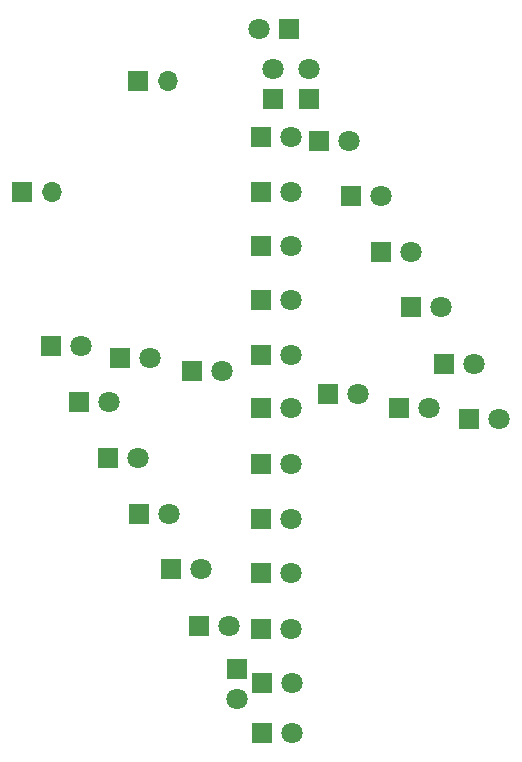
<source format=gbr>
%TF.GenerationSoftware,KiCad,Pcbnew,(5.1.4)-1*%
%TF.CreationDate,2020-11-17T11:02:07+02:00*%
%TF.ProjectId,possu2,706f7373-7532-42e6-9b69-6361645f7063,rev?*%
%TF.SameCoordinates,Original*%
%TF.FileFunction,Soldermask,Bot*%
%TF.FilePolarity,Negative*%
%FSLAX46Y46*%
G04 Gerber Fmt 4.6, Leading zero omitted, Abs format (unit mm)*
G04 Created by KiCad (PCBNEW (5.1.4)-1) date 2020-11-17 11:02:07*
%MOMM*%
%LPD*%
G04 APERTURE LIST*
%ADD10R,1.800000X1.800000*%
%ADD11C,1.800000*%
%ADD12R,1.700000X1.700000*%
%ADD13O,1.700000X1.700000*%
G04 APERTURE END LIST*
D10*
%TO.C,D5*%
X98806000Y-48400000D03*
D11*
X101346000Y-48400000D03*
%TD*%
D10*
%TO.C,D25*%
X110490000Y-62100000D03*
D11*
X113030000Y-62100000D03*
%TD*%
D12*
%TO.C,P2*%
X78613000Y-43815000D03*
D13*
X81153000Y-43815000D03*
%TD*%
D11*
%TO.C,D1*%
X98679000Y-30000000D03*
D10*
X101219000Y-30000000D03*
%TD*%
%TO.C,D2*%
X99822000Y-35941000D03*
D11*
X99822000Y-33401000D03*
%TD*%
D10*
%TO.C,D3*%
X98806000Y-39200000D03*
D11*
X101346000Y-39200000D03*
%TD*%
%TO.C,D4*%
X101346000Y-43800000D03*
D10*
X98806000Y-43800000D03*
%TD*%
D11*
%TO.C,D6*%
X101346000Y-53000000D03*
D10*
X98806000Y-53000000D03*
%TD*%
%TO.C,D7*%
X98806000Y-57658000D03*
D11*
X101346000Y-57658000D03*
%TD*%
%TO.C,D8*%
X101346000Y-62103000D03*
D10*
X98806000Y-62103000D03*
%TD*%
D11*
%TO.C,D9*%
X101346000Y-66900000D03*
D10*
X98806000Y-66900000D03*
%TD*%
%TO.C,D10*%
X98806000Y-71500000D03*
D11*
X101346000Y-71500000D03*
%TD*%
D10*
%TO.C,D11*%
X98806000Y-76100000D03*
D11*
X101346000Y-76100000D03*
%TD*%
%TO.C,D12*%
X101346000Y-80800000D03*
D10*
X98806000Y-80800000D03*
%TD*%
%TO.C,D13*%
X98933000Y-85400000D03*
D11*
X101473000Y-85400000D03*
%TD*%
%TO.C,D14*%
X101473000Y-89662000D03*
D10*
X98933000Y-89662000D03*
%TD*%
%TO.C,D15*%
X96774000Y-84201000D03*
D11*
X96774000Y-86741000D03*
%TD*%
%TO.C,D16*%
X96139000Y-80600000D03*
D10*
X93599000Y-80600000D03*
%TD*%
%TO.C,D17*%
X91186000Y-75800000D03*
D11*
X93726000Y-75800000D03*
%TD*%
%TO.C,D18*%
X91059000Y-71100000D03*
D10*
X88519000Y-71100000D03*
%TD*%
D11*
%TO.C,D19*%
X88392000Y-66400000D03*
D10*
X85852000Y-66400000D03*
%TD*%
D11*
%TO.C,D20*%
X85979000Y-61595000D03*
D10*
X83439000Y-61595000D03*
%TD*%
%TO.C,D21*%
X81026000Y-56900000D03*
D11*
X83566000Y-56900000D03*
%TD*%
D10*
%TO.C,D22*%
X86868000Y-57900000D03*
D11*
X89408000Y-57900000D03*
%TD*%
%TO.C,D23*%
X95504000Y-59000000D03*
D10*
X92964000Y-59000000D03*
%TD*%
%TO.C,D24*%
X104521000Y-60960000D03*
D11*
X107061000Y-60960000D03*
%TD*%
%TO.C,D26*%
X118999000Y-63100000D03*
D10*
X116459000Y-63100000D03*
%TD*%
D11*
%TO.C,D27*%
X116840000Y-58400000D03*
D10*
X114300000Y-58400000D03*
%TD*%
%TO.C,D28*%
X111506000Y-53594000D03*
D11*
X114046000Y-53594000D03*
%TD*%
%TO.C,D29*%
X111506000Y-48895000D03*
D10*
X108966000Y-48895000D03*
%TD*%
%TO.C,D30*%
X106426000Y-44196000D03*
D11*
X108966000Y-44196000D03*
%TD*%
%TO.C,D31*%
X106299000Y-39497000D03*
D10*
X103759000Y-39497000D03*
%TD*%
%TO.C,D32*%
X102870000Y-35941000D03*
D11*
X102870000Y-33401000D03*
%TD*%
D12*
%TO.C,P3*%
X88392000Y-34417000D03*
D13*
X90932000Y-34417000D03*
%TD*%
M02*

</source>
